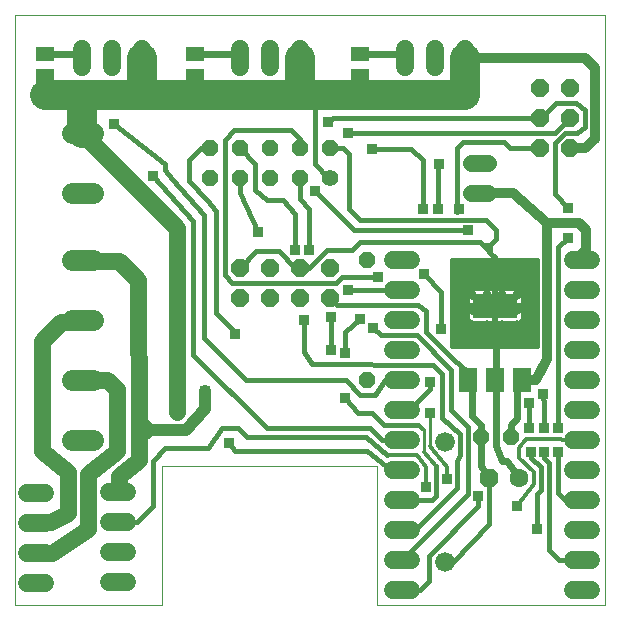
<source format=gtl>
G75*
%MOIN*%
%OFA0B0*%
%FSLAX24Y24*%
%IPPOS*%
%LPD*%
%AMOC8*
5,1,8,0,0,1.08239X$1,22.5*
%
%ADD10C,0.0000*%
%ADD11OC8,0.0630*%
%ADD12C,0.0630*%
%ADD13OC8,0.0520*%
%ADD14R,0.0591X0.0787*%
%ADD15R,0.1496X0.0787*%
%ADD16C,0.0600*%
%ADD17C,0.0560*%
%ADD18OC8,0.0560*%
%ADD19OC8,0.0594*%
%ADD20OC8,0.0600*%
%ADD21C,0.0660*%
%ADD22R,0.0630X0.0512*%
%ADD23C,0.0705*%
%ADD24C,0.0560*%
%ADD25C,0.0240*%
%ADD26C,0.1000*%
%ADD27C,0.0160*%
%ADD28C,0.0320*%
%ADD29R,0.0356X0.0356*%
%ADD30C,0.0400*%
%ADD31C,0.0317*%
%ADD32C,0.0100*%
%ADD33C,0.0120*%
D10*
X000267Y000130D02*
X000267Y019815D01*
X019952Y019815D01*
X019952Y000130D01*
X012326Y000130D01*
X012326Y004786D01*
X005161Y004786D01*
X005161Y000130D01*
X000267Y000130D01*
D11*
X016067Y004380D03*
D12*
X017067Y004380D03*
D13*
X016817Y005730D03*
X015817Y005730D03*
X012017Y007630D03*
X012017Y011630D03*
D14*
X015361Y007640D03*
X016267Y007640D03*
X017172Y007640D03*
D15*
X016267Y010120D03*
D16*
X018867Y009630D02*
X019467Y009630D01*
X019467Y008630D02*
X018867Y008630D01*
X018867Y007630D02*
X019467Y007630D01*
X019467Y006630D02*
X018867Y006630D01*
X018867Y005630D02*
X019467Y005630D01*
X019467Y004630D02*
X018867Y004630D01*
X018867Y003630D02*
X019467Y003630D01*
X019467Y002630D02*
X018867Y002630D01*
X018867Y001630D02*
X019467Y001630D01*
X019467Y000630D02*
X018867Y000630D01*
X013467Y000630D02*
X012867Y000630D01*
X012867Y001630D02*
X013467Y001630D01*
X013467Y002630D02*
X012867Y002630D01*
X012867Y003630D02*
X013467Y003630D01*
X013467Y004630D02*
X012867Y004630D01*
X012867Y005630D02*
X013467Y005630D01*
X013467Y006630D02*
X012867Y006630D01*
X012867Y007630D02*
X013467Y007630D01*
X013467Y008630D02*
X012867Y008630D01*
X012867Y009630D02*
X013467Y009630D01*
X013467Y010630D02*
X012867Y010630D01*
X012867Y011630D02*
X013467Y011630D01*
X018867Y011630D02*
X019467Y011630D01*
X019467Y010630D02*
X018867Y010630D01*
X015267Y018080D02*
X015267Y018680D01*
X014267Y018680D02*
X014267Y018080D01*
X013267Y018080D02*
X013267Y018680D01*
X009767Y018680D02*
X009767Y018080D01*
X008767Y018080D02*
X008767Y018680D01*
X007767Y018680D02*
X007767Y018080D01*
X004517Y018080D02*
X004517Y018680D01*
X003517Y018680D02*
X003517Y018080D01*
X002517Y018080D02*
X002517Y018680D01*
X003403Y003893D02*
X004003Y003893D01*
X004003Y002893D02*
X003403Y002893D01*
X003403Y001893D02*
X004003Y001893D01*
X004003Y000893D02*
X003403Y000893D01*
X001273Y000876D02*
X000673Y000876D01*
X000673Y001876D02*
X001273Y001876D01*
X001273Y002876D02*
X000673Y002876D01*
X000673Y003876D02*
X001273Y003876D01*
D17*
X010767Y014380D03*
D18*
X010767Y015380D03*
X009767Y015380D03*
X009767Y014380D03*
X008767Y014380D03*
X008767Y015380D03*
X007767Y015380D03*
X006767Y015380D03*
X006767Y014380D03*
X007767Y014380D03*
D19*
X017767Y015380D03*
X018767Y015380D03*
X018767Y016380D03*
X017767Y016380D03*
X017767Y017380D03*
X018767Y017380D03*
D20*
X010767Y011380D03*
X010767Y010380D03*
X009767Y010380D03*
X009767Y011380D03*
X008767Y011380D03*
X008767Y010380D03*
X007767Y010380D03*
X007767Y011380D03*
D21*
X014617Y005580D03*
X014617Y001580D03*
D22*
X011767Y017756D03*
X011767Y018504D03*
X006267Y018504D03*
X006267Y017756D03*
X001267Y017756D03*
X001267Y018504D03*
D23*
X002164Y015880D02*
X002869Y015880D01*
X002869Y013880D02*
X002164Y013880D01*
X002164Y011630D02*
X002869Y011630D01*
X002869Y009630D02*
X002164Y009630D01*
X002164Y007630D02*
X002869Y007630D01*
X002869Y005630D02*
X002164Y005630D01*
D24*
X001180Y005261D02*
X002029Y004586D01*
X002029Y003207D01*
X001467Y002905D01*
X000973Y002876D01*
X000973Y001876D02*
X001507Y001862D01*
X002707Y002683D01*
X002709Y004520D01*
X003686Y005279D01*
X003660Y007343D01*
X003347Y007630D01*
X002517Y007630D01*
X001180Y008940D02*
X001807Y009567D01*
X002453Y009567D01*
X002517Y009630D01*
X001180Y008940D02*
X001180Y005261D01*
X003747Y004441D02*
X003703Y003893D01*
X003747Y004441D02*
X004402Y004956D01*
X004400Y005880D01*
X004400Y005980D01*
X004390Y010985D01*
X003739Y011606D01*
X002541Y011606D01*
X002517Y011630D01*
X005677Y012720D02*
X002517Y015880D01*
X005677Y012720D02*
X005680Y006572D01*
X015487Y013880D02*
X016047Y013880D01*
X016047Y014880D02*
X015487Y014880D01*
D25*
X013267Y018380D02*
X013143Y018504D01*
X011767Y018504D01*
X007767Y018380D02*
X007643Y018504D01*
X006267Y018504D01*
X002517Y018380D02*
X002393Y018504D01*
X001267Y018504D01*
X015361Y007640D02*
X015517Y007234D01*
X015517Y006430D01*
X015817Y006130D01*
X015817Y005730D01*
X015817Y004780D01*
X016067Y004380D01*
X016517Y004930D02*
X016317Y005430D01*
X016317Y008780D01*
X016517Y008980D01*
X017172Y007640D02*
X017017Y007234D01*
X017017Y006380D01*
X016817Y006130D01*
X016817Y005730D01*
X016667Y004930D02*
X016517Y004930D01*
X016667Y004930D02*
X017067Y004380D01*
D26*
X015267Y017130D02*
X011717Y017130D01*
X010417Y017130D01*
X009767Y017130D01*
X006267Y017130D01*
X004517Y017130D01*
X002517Y017130D01*
X002517Y015880D01*
X002517Y017130D02*
X001267Y017130D01*
X004517Y017130D02*
X004517Y018380D01*
X009767Y018380D02*
X009767Y017130D01*
X015267Y017130D02*
X015267Y018380D01*
D27*
X017767Y016380D02*
X010867Y016380D01*
X010717Y016230D01*
X011367Y015880D02*
X018267Y015880D01*
X018767Y016380D01*
X018967Y016880D02*
X018317Y016880D01*
X017817Y016380D01*
X017767Y016380D01*
X018617Y015880D02*
X018267Y015530D01*
X018267Y013830D01*
X018717Y013380D01*
X018717Y012380D02*
X018367Y012080D01*
X018367Y006030D01*
X017917Y006030D02*
X017917Y006780D01*
X017867Y007180D01*
X017417Y006880D02*
X017417Y006030D01*
X017467Y005230D02*
X017467Y005030D01*
X017817Y004730D01*
X017817Y003980D01*
X017667Y003830D01*
X017667Y002680D01*
X018067Y001980D02*
X018067Y004880D01*
X017917Y005030D01*
X017917Y005230D01*
X018367Y005230D02*
X018367Y003880D01*
X018617Y003630D01*
X019167Y003630D01*
X018067Y001980D02*
X018417Y001630D01*
X019167Y001630D01*
X016067Y002830D02*
X016067Y004380D01*
X015717Y003780D02*
X015717Y003430D01*
X014067Y001780D01*
X014067Y000930D01*
X013767Y000630D01*
X013167Y000630D01*
X013167Y001630D02*
X015367Y003830D01*
X015367Y006080D01*
X014817Y006630D01*
X014817Y007980D01*
X013667Y009130D01*
X012467Y009130D01*
X012217Y009380D01*
X011767Y009680D02*
X011267Y009230D01*
X011267Y008530D01*
X010817Y008630D02*
X010817Y009730D01*
X011017Y010130D02*
X010767Y010380D01*
X011017Y010130D02*
X013717Y010130D01*
X013967Y009930D01*
X013967Y009230D01*
X014907Y008290D01*
X015357Y007940D01*
X015361Y007640D01*
X014517Y007830D02*
X014217Y008130D01*
X010167Y008180D01*
X009917Y008580D01*
X009917Y009630D01*
X010967Y010880D02*
X007517Y010880D01*
X007267Y011130D01*
X007267Y015630D01*
X007567Y015980D01*
X009467Y015980D01*
X009767Y015680D01*
X009767Y015380D01*
X010267Y014830D02*
X010267Y016980D01*
X010417Y017130D01*
X011717Y017130D02*
X011767Y017180D01*
X011767Y017756D01*
X011217Y015380D02*
X010767Y015380D01*
X011217Y015380D02*
X011417Y015180D01*
X011417Y013330D01*
X011767Y012980D01*
X015967Y012980D01*
X016317Y012630D01*
X016317Y012330D01*
X016117Y012130D01*
X016117Y011880D01*
X016267Y011730D01*
X016267Y010120D01*
X016117Y011880D02*
X015992Y012005D01*
X016117Y012130D01*
X015867Y012130D01*
X015992Y012005D01*
X015867Y012130D02*
X015767Y012230D01*
X011767Y012230D01*
X011517Y011980D01*
X010667Y011980D01*
X010067Y011380D01*
X009767Y011380D01*
X009617Y011380D01*
X009067Y011930D01*
X008317Y011930D01*
X007767Y011380D01*
X008367Y012580D02*
X007767Y013880D01*
X007767Y014380D01*
X008267Y013980D02*
X008267Y014830D01*
X007767Y015380D01*
X006767Y015380D02*
X006467Y015380D01*
X006067Y014980D01*
X006067Y014280D01*
X006667Y013630D01*
X006967Y013280D01*
X006967Y009880D01*
X007617Y009230D01*
X007617Y009180D01*
X006567Y009030D02*
X006567Y013130D01*
X005517Y014330D01*
X005267Y014630D01*
X005267Y014830D01*
X003567Y016180D01*
X004867Y014430D02*
X006217Y012930D01*
X006217Y008480D01*
X008667Y006030D01*
X012117Y006030D01*
X012517Y005630D01*
X013167Y005630D01*
X012667Y005130D02*
X011967Y005730D01*
X008017Y005730D01*
X007717Y006030D01*
X007167Y006030D01*
X006717Y005380D01*
X005267Y005380D01*
X004867Y004930D01*
X004867Y003430D01*
X004330Y002893D01*
X003703Y002893D01*
X007417Y005530D02*
X007617Y005280D01*
X012017Y005280D01*
X012817Y004630D01*
X013167Y004630D01*
X013167Y003630D02*
X014167Y003630D01*
X014317Y003780D01*
X014317Y004780D01*
X015017Y004930D02*
X015017Y004030D01*
X013617Y002630D01*
X013167Y002630D01*
X014617Y001580D02*
X014867Y001580D01*
X016067Y002830D01*
X015017Y004930D02*
X015117Y005130D01*
X015117Y005830D01*
X014517Y006380D01*
X014517Y007830D01*
X014117Y007580D02*
X014117Y007330D01*
X013417Y006630D01*
X013167Y006630D01*
X013717Y006130D02*
X012567Y006130D01*
X012167Y006530D01*
X011717Y006530D01*
X011267Y007030D01*
X011767Y007130D02*
X011317Y007630D01*
X007967Y007630D01*
X006567Y009030D01*
X009617Y011980D02*
X009617Y013180D01*
X009217Y013630D01*
X008667Y013630D01*
X008267Y013980D01*
X009767Y013680D02*
X010067Y013330D01*
X010067Y011980D01*
X011167Y011080D02*
X010967Y010880D01*
X011167Y011080D02*
X012367Y011080D01*
X013167Y010630D02*
X011367Y010630D01*
X011567Y012630D02*
X010267Y013930D01*
X009767Y013680D02*
X009767Y014380D01*
X010267Y014830D02*
X010717Y014380D01*
X010767Y014380D01*
X012167Y015330D02*
X013467Y015330D01*
X013867Y014980D01*
X013867Y013330D01*
X014367Y013330D02*
X014367Y014830D01*
X014417Y014830D01*
X015017Y015380D02*
X015017Y013230D01*
X015067Y013330D01*
X015367Y012630D02*
X011567Y012630D01*
X013917Y011180D02*
X014467Y010580D01*
X014467Y009330D01*
X013167Y007630D02*
X012617Y007630D01*
X012267Y007130D01*
X011767Y007130D01*
X015017Y015380D02*
X015217Y015580D01*
X016567Y015580D01*
X016767Y015380D01*
X017767Y015380D01*
X018617Y015880D02*
X019017Y015880D01*
X019267Y016080D01*
X019267Y016630D01*
X018967Y016880D01*
X006267Y017130D02*
X006267Y017756D01*
X001267Y017756D02*
X001267Y017130D01*
D28*
X015267Y018380D02*
X019267Y018380D01*
X019617Y018030D01*
X019617Y015680D01*
X019267Y015380D01*
X018767Y015380D01*
X016867Y013880D02*
X015767Y013880D01*
X016867Y013880D02*
X018017Y012880D01*
X019067Y012880D01*
X019317Y012630D01*
X019317Y011980D01*
X019167Y011830D01*
X019167Y011630D01*
X018017Y012880D02*
X018017Y008330D01*
X017627Y007640D01*
X017172Y007640D01*
D29*
X017867Y007180D03*
X017417Y006880D03*
X017417Y006030D03*
X017917Y006030D03*
X018367Y006030D03*
X018367Y005230D03*
X017917Y005230D03*
X017467Y005230D03*
X015717Y003780D03*
X014667Y004330D03*
X013967Y004080D03*
X014117Y006530D03*
X014117Y007580D03*
X014467Y009330D03*
X013917Y011180D03*
X012367Y011080D03*
X011367Y010630D03*
X011767Y009680D03*
X012217Y009380D03*
X011267Y008530D03*
X010817Y008630D03*
X010817Y009730D03*
X009917Y009630D03*
X007617Y009180D03*
X006617Y007280D03*
X005680Y006572D03*
X007417Y005530D03*
X011267Y007030D03*
X010067Y011980D03*
X009617Y011980D03*
X008367Y012580D03*
X010267Y013930D03*
X012167Y015330D03*
X011367Y015880D03*
X010717Y016230D03*
X013867Y013330D03*
X014367Y013330D03*
X015067Y013330D03*
X015367Y012630D03*
X014417Y014830D03*
X018717Y013380D03*
X018717Y012380D03*
X017017Y003430D03*
X017667Y002680D03*
X004867Y014430D03*
X003567Y016180D03*
D30*
X006617Y007280D02*
X006617Y006680D01*
X005967Y005980D01*
X004767Y005980D01*
X004417Y005630D01*
X004400Y005880D02*
X004400Y005980D01*
X004400Y005980D01*
X004767Y005980D01*
X004367Y006380D01*
D31*
X015017Y008980D03*
X015467Y008980D03*
X015517Y009480D03*
X016017Y009480D03*
X016017Y008980D03*
X016517Y008980D03*
X017017Y008980D03*
X017017Y009480D03*
X016517Y009480D03*
X017017Y009980D03*
X017017Y010480D03*
X016517Y010480D03*
X016517Y010980D03*
X017017Y010980D03*
X017017Y011480D03*
X016517Y011480D03*
X016017Y011480D03*
X016017Y010980D03*
X015517Y010980D03*
X015517Y011480D03*
X015017Y011480D03*
X015017Y010980D03*
X015017Y010480D03*
X015517Y010480D03*
X016017Y010480D03*
X015517Y009980D03*
X015017Y009980D03*
X015017Y009480D03*
X017517Y009480D03*
X017517Y008980D03*
X017517Y009980D03*
X017517Y010480D03*
X017517Y010980D03*
X017517Y011480D03*
D32*
X017717Y011458D02*
X014817Y011458D01*
X014817Y011556D02*
X017717Y011556D01*
X017717Y011655D02*
X014817Y011655D01*
X014817Y011680D02*
X017717Y011680D01*
X017717Y008730D01*
X014817Y008730D01*
X014817Y011680D01*
X014817Y011359D02*
X017717Y011359D01*
X017717Y011261D02*
X014817Y011261D01*
X014817Y011162D02*
X017717Y011162D01*
X017717Y011064D02*
X014817Y011064D01*
X014817Y010965D02*
X017717Y010965D01*
X017717Y010867D02*
X014817Y010867D01*
X014817Y010768D02*
X017717Y010768D01*
X017717Y010670D02*
X014817Y010670D01*
X014817Y010571D02*
X015379Y010571D01*
X015379Y010572D02*
X015369Y010534D01*
X015369Y010170D01*
X016217Y010170D01*
X016217Y010664D01*
X015499Y010664D01*
X015461Y010654D01*
X015427Y010634D01*
X015399Y010606D01*
X015379Y010572D01*
X015369Y010473D02*
X014817Y010473D01*
X014817Y010374D02*
X015369Y010374D01*
X015369Y010276D02*
X014817Y010276D01*
X014817Y010177D02*
X015369Y010177D01*
X015369Y010070D02*
X015369Y009707D01*
X015379Y009669D01*
X015399Y009634D01*
X015427Y009606D01*
X015461Y009587D01*
X015499Y009576D01*
X016217Y009576D01*
X016217Y010070D01*
X016317Y010070D01*
X016317Y010170D01*
X017165Y010170D01*
X017165Y010534D01*
X017154Y010572D01*
X017135Y010606D01*
X017107Y010634D01*
X017073Y010654D01*
X017034Y010664D01*
X016317Y010664D01*
X016317Y010170D01*
X016217Y010170D01*
X016217Y010070D01*
X015369Y010070D01*
X015369Y009980D02*
X014817Y009980D01*
X014817Y009882D02*
X015369Y009882D01*
X015369Y009783D02*
X014817Y009783D01*
X014817Y009685D02*
X015375Y009685D01*
X015463Y009586D02*
X014817Y009586D01*
X014817Y009488D02*
X017717Y009488D01*
X017717Y009586D02*
X017070Y009586D01*
X017073Y009587D02*
X017107Y009606D01*
X017135Y009634D01*
X017154Y009669D01*
X017165Y009707D01*
X017165Y010070D01*
X016317Y010070D01*
X016317Y009576D01*
X017034Y009576D01*
X017073Y009587D01*
X017159Y009685D02*
X017717Y009685D01*
X017717Y009783D02*
X017165Y009783D01*
X017165Y009882D02*
X017717Y009882D01*
X017717Y009980D02*
X017165Y009980D01*
X017165Y010177D02*
X017717Y010177D01*
X017717Y010079D02*
X016317Y010079D01*
X016317Y010177D02*
X016217Y010177D01*
X016217Y010079D02*
X014817Y010079D01*
X014817Y009389D02*
X017717Y009389D01*
X017717Y009291D02*
X014817Y009291D01*
X014817Y009192D02*
X017717Y009192D01*
X017717Y009094D02*
X014817Y009094D01*
X014817Y008995D02*
X017717Y008995D01*
X017717Y008897D02*
X014817Y008897D01*
X014817Y008798D02*
X017717Y008798D01*
X017717Y010276D02*
X017165Y010276D01*
X017165Y010374D02*
X017717Y010374D01*
X017717Y010473D02*
X017165Y010473D01*
X017155Y010571D02*
X017717Y010571D01*
X016317Y010571D02*
X016217Y010571D01*
X016217Y010473D02*
X016317Y010473D01*
X016317Y010374D02*
X016217Y010374D01*
X016217Y010276D02*
X016317Y010276D01*
X016317Y009980D02*
X016217Y009980D01*
X016217Y009882D02*
X016317Y009882D01*
X016317Y009783D02*
X016217Y009783D01*
X016217Y009685D02*
X016317Y009685D01*
X016317Y009586D02*
X016217Y009586D01*
X014117Y006530D02*
X014117Y005430D01*
X013917Y005230D02*
X013917Y005980D01*
D33*
X013717Y006130D01*
X014117Y005430D02*
X014192Y005305D01*
X014667Y004730D01*
X014667Y004330D01*
X014317Y004780D02*
X013917Y005230D01*
X013667Y005130D02*
X013967Y004730D01*
X013967Y004080D01*
X013667Y005130D02*
X012667Y005130D01*
X017067Y005030D02*
X017067Y005380D01*
X017317Y005680D01*
X018467Y005680D01*
X018517Y005630D01*
X019167Y005630D01*
X017567Y004580D02*
X017067Y005030D01*
X017567Y004580D02*
X017567Y004180D01*
X017017Y003430D01*
M02*

</source>
